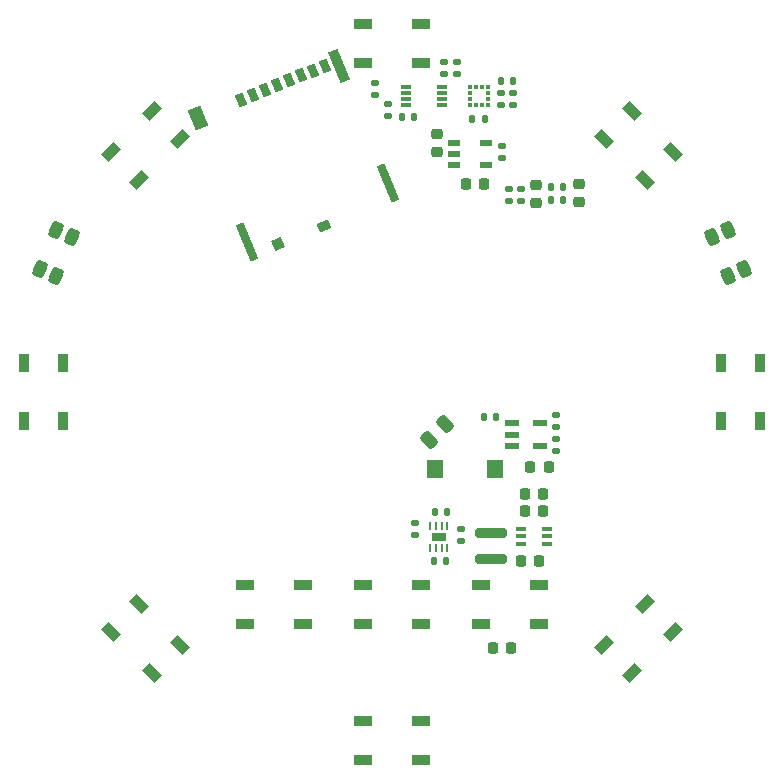
<source format=gbr>
%TF.GenerationSoftware,KiCad,Pcbnew,9.0.0*%
%TF.CreationDate,2025-02-26T14:35:45+01:00*%
%TF.ProjectId,relativeGPS,72656c61-7469-4766-9547-50532e6b6963,rev?*%
%TF.SameCoordinates,Original*%
%TF.FileFunction,Paste,Top*%
%TF.FilePolarity,Positive*%
%FSLAX46Y46*%
G04 Gerber Fmt 4.6, Leading zero omitted, Abs format (unit mm)*
G04 Created by KiCad (PCBNEW 9.0.0) date 2025-02-26 14:35:45*
%MOMM*%
%LPD*%
G01*
G04 APERTURE LIST*
G04 Aperture macros list*
%AMRoundRect*
0 Rectangle with rounded corners*
0 $1 Rounding radius*
0 $2 $3 $4 $5 $6 $7 $8 $9 X,Y pos of 4 corners*
0 Add a 4 corners polygon primitive as box body*
4,1,4,$2,$3,$4,$5,$6,$7,$8,$9,$2,$3,0*
0 Add four circle primitives for the rounded corners*
1,1,$1+$1,$2,$3*
1,1,$1+$1,$4,$5*
1,1,$1+$1,$6,$7*
1,1,$1+$1,$8,$9*
0 Add four rect primitives between the rounded corners*
20,1,$1+$1,$2,$3,$4,$5,0*
20,1,$1+$1,$4,$5,$6,$7,0*
20,1,$1+$1,$6,$7,$8,$9,0*
20,1,$1+$1,$8,$9,$2,$3,0*%
%AMRotRect*
0 Rectangle, with rotation*
0 The origin of the aperture is its center*
0 $1 length*
0 $2 width*
0 $3 Rotation angle, in degrees counterclockwise*
0 Add horizontal line*
21,1,$1,$2,0,0,$3*%
G04 Aperture macros list end*
%ADD10RotRect,0.700000X1.100000X22.500000*%
%ADD11RotRect,0.900000X0.930000X22.500000*%
%ADD12RotRect,1.050000X0.780000X22.500000*%
%ADD13RotRect,1.140000X1.830000X22.500000*%
%ADD14RotRect,0.860000X2.800000X22.500000*%
%ADD15RotRect,0.700000X3.330000X22.500000*%
%ADD16RoundRect,0.135000X-0.185000X0.135000X-0.185000X-0.135000X0.185000X-0.135000X0.185000X0.135000X0*%
%ADD17R,1.450000X1.500000*%
%ADD18RoundRect,0.033333X0.391667X0.116667X-0.391667X0.116667X-0.391667X-0.116667X0.391667X-0.116667X0*%
%ADD19RoundRect,0.225000X-0.225000X-0.250000X0.225000X-0.250000X0.225000X0.250000X-0.225000X0.250000X0*%
%ADD20RoundRect,0.135000X0.135000X0.185000X-0.135000X0.185000X-0.135000X-0.185000X0.135000X-0.185000X0*%
%ADD21R,1.200000X0.600000*%
%ADD22RoundRect,0.135000X0.185000X-0.135000X0.185000X0.135000X-0.185000X0.135000X-0.185000X-0.135000X0*%
%ADD23R,1.500000X0.900000*%
%ADD24RoundRect,0.135000X-0.135000X-0.185000X0.135000X-0.185000X0.135000X0.185000X-0.135000X0.185000X0*%
%ADD25RoundRect,0.100000X0.350000X0.100000X-0.350000X0.100000X-0.350000X-0.100000X0.350000X-0.100000X0*%
%ADD26RoundRect,0.100000X-0.350000X-0.100000X0.350000X-0.100000X0.350000X0.100000X-0.350000X0.100000X0*%
%ADD27RotRect,1.500000X0.900000X45.000000*%
%ADD28RoundRect,0.225000X0.225000X0.250000X-0.225000X0.250000X-0.225000X-0.250000X0.225000X-0.250000X0*%
%ADD29RoundRect,0.225000X-0.250000X0.225000X-0.250000X-0.225000X0.250000X-0.225000X0.250000X0.225000X0*%
%ADD30RotRect,1.500000X0.900000X225.000000*%
%ADD31R,0.254000X0.711200*%
%ADD32R,1.295400X0.711200*%
%ADD33RoundRect,0.200000X1.150000X-0.200000X1.150000X0.200000X-1.150000X0.200000X-1.150000X-0.200000X0*%
%ADD34R,0.381000X0.355600*%
%ADD35R,0.355600X0.381000*%
%ADD36R,0.900000X1.500000*%
%ADD37RoundRect,0.250000X0.159099X-0.512652X0.512652X-0.159099X-0.159099X0.512652X-0.512652X0.159099X0*%
%ADD38RoundRect,0.262500X0.409942X-0.303743X0.075094X0.504652X-0.409942X0.303743X-0.075094X-0.504652X0*%
%ADD39RotRect,1.500000X0.900000X315.000000*%
%ADD40RotRect,1.500000X0.900000X135.000000*%
%ADD41RoundRect,0.055000X0.445000X0.220000X-0.445000X0.220000X-0.445000X-0.220000X0.445000X-0.220000X0*%
%ADD42RoundRect,0.262500X-0.075094X0.504652X-0.409942X-0.303743X0.075094X-0.504652X0.409942X0.303743X0*%
G04 APERTURE END LIST*
D10*
%TO.C,CN4*%
X87200737Y-75298479D03*
X88217004Y-74877527D03*
X89233272Y-74456576D03*
X90249539Y-74035624D03*
X91265807Y-73614672D03*
X92282074Y-73193720D03*
X93298342Y-72772769D03*
X94314609Y-72351817D03*
D11*
X90317142Y-87499641D03*
D12*
X94286189Y-85936787D03*
D13*
X83621825Y-76797149D03*
D14*
X95503741Y-72400458D03*
D15*
X87723760Y-87274984D03*
X99697239Y-82315407D03*
%TD*%
D16*
%TO.C,C12*%
X109230511Y-74690000D03*
X109230511Y-75710000D03*
%TD*%
D17*
%TO.C,L2*%
X108725000Y-106500000D03*
X103675000Y-106500000D03*
%TD*%
D18*
%TO.C,U2*%
X104280511Y-75650000D03*
X104280511Y-75150000D03*
X104280511Y-74650000D03*
X104280511Y-74150000D03*
X101180511Y-74150000D03*
X101180511Y-74650000D03*
X101180511Y-75150000D03*
X101180511Y-75650000D03*
%TD*%
D19*
%TO.C,C20*%
X110924999Y-114300000D03*
X112474999Y-114300000D03*
%TD*%
D16*
%TO.C,R5*%
X105530511Y-72030000D03*
X105530511Y-73050000D03*
%TD*%
D19*
%TO.C,C25*%
X111250000Y-108600000D03*
X112800000Y-108600000D03*
%TD*%
D20*
%TO.C,C30*%
X110240511Y-73700000D03*
X109220511Y-73700000D03*
%TD*%
D21*
%TO.C,U4*%
X110200000Y-102650000D03*
X110200000Y-103600000D03*
X110200000Y-104550000D03*
X112500000Y-104550000D03*
X112500000Y-102650000D03*
%TD*%
D22*
%TO.C,R10*%
X99650000Y-76620000D03*
X99650000Y-75600000D03*
%TD*%
D23*
%TO.C,D1*%
X102450000Y-131150000D03*
X102450000Y-127850000D03*
X97550000Y-127850000D03*
X97550000Y-131150000D03*
%TD*%
D24*
%TO.C,R1*%
X107790000Y-102100000D03*
X108810000Y-102100000D03*
%TD*%
D25*
%TO.C,U8*%
X113099999Y-112850000D03*
X113099999Y-112200000D03*
X113099999Y-111550000D03*
D26*
X110899999Y-111550000D03*
X110899999Y-112200000D03*
X110899999Y-112850000D03*
%TD*%
D23*
%TO.C,D5*%
X97550000Y-68850000D03*
X97550000Y-72150000D03*
X102450000Y-72150000D03*
X102450000Y-68850000D03*
%TD*%
D19*
%TO.C,C19*%
X111249999Y-110100000D03*
X112799999Y-110100000D03*
%TD*%
%TO.C,C15*%
X108550000Y-121700000D03*
X110100000Y-121700000D03*
%TD*%
D23*
%TO.C,D9*%
X92450000Y-119650000D03*
X92450000Y-116350000D03*
X87550000Y-116350000D03*
X87550000Y-119650000D03*
%TD*%
D27*
%TO.C,D6*%
X76241212Y-79706035D03*
X78574665Y-82039488D03*
X82039488Y-78574665D03*
X79706035Y-76241212D03*
%TD*%
D28*
%TO.C,C2*%
X113275000Y-106300000D03*
X111725000Y-106300000D03*
%TD*%
%TO.C,C18*%
X107830511Y-82400000D03*
X106280511Y-82400000D03*
%TD*%
D16*
%TO.C,R4*%
X113900000Y-103980000D03*
X113900000Y-105000000D03*
%TD*%
%TO.C,C21*%
X110900000Y-82790000D03*
X110900000Y-83810000D03*
%TD*%
D20*
%TO.C,R8*%
X101850511Y-76700000D03*
X100830511Y-76700000D03*
%TD*%
D16*
%TO.C,C7*%
X110240511Y-74700000D03*
X110240511Y-75720000D03*
%TD*%
D29*
%TO.C,C23*%
X115800000Y-82375000D03*
X115800000Y-83925000D03*
%TD*%
D23*
%TO.C,D10*%
X102450000Y-119650000D03*
X102450000Y-116350000D03*
X97550000Y-116350000D03*
X97550000Y-119650000D03*
%TD*%
D16*
%TO.C,R3*%
X113900000Y-101900000D03*
X113900000Y-102920000D03*
%TD*%
%TO.C,C13*%
X109330511Y-79130000D03*
X109330511Y-80150000D03*
%TD*%
D23*
%TO.C,D11*%
X112450000Y-119650000D03*
X112450000Y-116350000D03*
X107550000Y-116350000D03*
X107550000Y-119650000D03*
%TD*%
D30*
%TO.C,D2*%
X123758788Y-120293965D03*
X121425335Y-117960512D03*
X117960512Y-121425335D03*
X120293965Y-123758788D03*
%TD*%
D31*
%TO.C,U13*%
X103199998Y-113205000D03*
X103699999Y-113205000D03*
X104199999Y-113205000D03*
X104700000Y-113205000D03*
X104700000Y-111300000D03*
X104199999Y-111300000D03*
X103699999Y-111300000D03*
X103199998Y-111300000D03*
D32*
X103949999Y-112252500D03*
%TD*%
D16*
%TO.C,R7*%
X104430511Y-72030000D03*
X104430511Y-73050000D03*
%TD*%
D33*
%TO.C,L4*%
X108399999Y-114100000D03*
X108399999Y-111900000D03*
%TD*%
D34*
%TO.C,U1*%
X106606511Y-74200000D03*
X106606511Y-74700126D03*
X106606511Y-75200252D03*
X106606511Y-75700378D03*
D35*
X107118448Y-75712189D03*
X107618574Y-75712189D03*
D34*
X108130511Y-75700378D03*
X108130511Y-75200252D03*
X108130511Y-74700126D03*
X108130511Y-74200000D03*
D35*
X107618574Y-74188189D03*
X107118448Y-74188189D03*
%TD*%
D36*
%TO.C,D7*%
X68850000Y-102450000D03*
X72150000Y-102450000D03*
X72150000Y-97550000D03*
X68850000Y-97550000D03*
%TD*%
D29*
%TO.C,C16*%
X103780511Y-78150000D03*
X103780511Y-79700000D03*
%TD*%
D37*
%TO.C,C3*%
X103128249Y-104071751D03*
X104471751Y-102728249D03*
%TD*%
D20*
%TO.C,L5*%
X114510000Y-82650000D03*
X113490000Y-82650000D03*
%TD*%
D24*
%TO.C,C11*%
X103670000Y-110120000D03*
X104690000Y-110120000D03*
%TD*%
D16*
%TO.C,C24*%
X109875000Y-82790000D03*
X109875000Y-83810000D03*
%TD*%
%TO.C,R9*%
X98550000Y-73790000D03*
X98550000Y-74810000D03*
%TD*%
D20*
%TO.C,C9*%
X104600000Y-114320000D03*
X103580000Y-114320000D03*
%TD*%
D38*
%TO.C,SW3*%
X128474508Y-90153780D03*
X127096847Y-86827812D03*
X129814133Y-89598888D03*
X128436472Y-86272920D03*
%TD*%
D29*
%TO.C,C22*%
X112200000Y-82450000D03*
X112200000Y-84000000D03*
%TD*%
D36*
%TO.C,D3*%
X131150000Y-97550000D03*
X127850000Y-97550000D03*
X127850000Y-102450000D03*
X131150000Y-102450000D03*
%TD*%
D16*
%TO.C,C10*%
X101980000Y-111110000D03*
X101980000Y-112130000D03*
%TD*%
D24*
%TO.C,C14*%
X106820511Y-76900000D03*
X107840511Y-76900000D03*
%TD*%
D39*
%TO.C,D4*%
X120293965Y-76241212D03*
X117960512Y-78574665D03*
X121425335Y-82039488D03*
X123758788Y-79706035D03*
%TD*%
D40*
%TO.C,D8*%
X79706035Y-123758788D03*
X82039488Y-121425335D03*
X78574665Y-117960512D03*
X76241212Y-120293965D03*
%TD*%
D20*
%TO.C,L6*%
X114510000Y-83775000D03*
X113490000Y-83775000D03*
%TD*%
D16*
%TO.C,C8*%
X105880000Y-111610000D03*
X105880000Y-112630000D03*
%TD*%
D41*
%TO.C,U9*%
X105280511Y-78900000D03*
X105280511Y-79850000D03*
X105280511Y-80800000D03*
X107980511Y-80800000D03*
X107980511Y-78900000D03*
%TD*%
D42*
%TO.C,SW2*%
X72903153Y-86827812D03*
X71525492Y-90153780D03*
X71563528Y-86272920D03*
X70185867Y-89598888D03*
%TD*%
M02*

</source>
